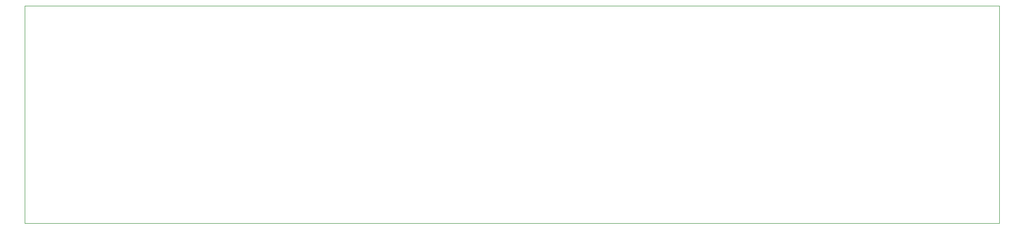
<source format=gbr>
%TF.GenerationSoftware,KiCad,Pcbnew,5.1.9-73d0e3b20d~88~ubuntu20.04.1*%
%TF.CreationDate,2021-01-27T17:20:26-06:00*%
%TF.ProjectId,ProtoPCBs,50726f74-6f50-4434-9273-2e6b69636164,rev?*%
%TF.SameCoordinates,Original*%
%TF.FileFunction,Profile,NP*%
%FSLAX46Y46*%
G04 Gerber Fmt 4.6, Leading zero omitted, Abs format (unit mm)*
G04 Created by KiCad (PCBNEW 5.1.9-73d0e3b20d~88~ubuntu20.04.1) date 2021-01-27 17:20:26*
%MOMM*%
%LPD*%
G01*
G04 APERTURE LIST*
%TA.AperFunction,Profile*%
%ADD10C,0.100000*%
%TD*%
G04 APERTURE END LIST*
D10*
X236220000Y-60960000D02*
X236220000Y-99060000D01*
X66040000Y-60960000D02*
X236220000Y-60960000D01*
X66040000Y-99060000D02*
X66040000Y-60960000D01*
X236220000Y-99060000D02*
X66040000Y-99060000D01*
M02*

</source>
